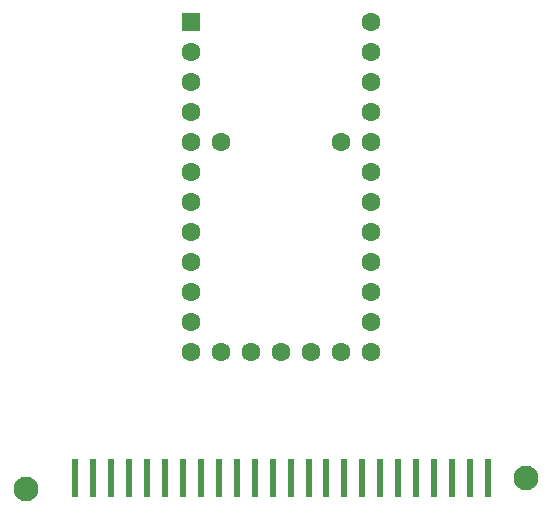
<source format=gbr>
%TF.GenerationSoftware,KiCad,Pcbnew,7.0.8*%
%TF.CreationDate,2023-11-08T21:29:47-08:00*%
%TF.ProjectId,ff,66662e6b-6963-4616-945f-706362585858,rev?*%
%TF.SameCoordinates,Original*%
%TF.FileFunction,Soldermask,Top*%
%TF.FilePolarity,Negative*%
%FSLAX46Y46*%
G04 Gerber Fmt 4.6, Leading zero omitted, Abs format (unit mm)*
G04 Created by KiCad (PCBNEW 7.0.8) date 2023-11-08 21:29:47*
%MOMM*%
%LPD*%
G01*
G04 APERTURE LIST*
%ADD10C,2.100000*%
%ADD11R,0.500000X3.200000*%
%ADD12R,1.600000X1.600000*%
%ADD13C,1.600000*%
G04 APERTURE END LIST*
D10*
%TO.C,REF\u002A\u002A*%
X130320000Y-98280000D03*
%TD*%
D11*
%TO.C,REF\u002A\u002A*%
X134520000Y-97280000D03*
X136040000Y-97280000D03*
X137560000Y-97280000D03*
X139080000Y-97280000D03*
X140600000Y-97280000D03*
X142120000Y-97280000D03*
X143640000Y-97280000D03*
X145160000Y-97280000D03*
X146680000Y-97280000D03*
X148200000Y-97280000D03*
X149720000Y-97280000D03*
X151240000Y-97280000D03*
X152760000Y-97280000D03*
X154280000Y-97280000D03*
X155800000Y-97280000D03*
X157320000Y-97280000D03*
X158840000Y-97280000D03*
X160360000Y-97280000D03*
X161880000Y-97280000D03*
X163400000Y-97280000D03*
X164920000Y-97280000D03*
X166440000Y-97280000D03*
X167960000Y-97280000D03*
X169480000Y-97280000D03*
%TD*%
D10*
%TO.C,REF\u002A\u002A*%
X172680000Y-97280000D03*
%TD*%
D12*
%TO.C,REF\u002A\u002A*%
X144360000Y-58700000D03*
D13*
X144360000Y-61240000D03*
X144360000Y-63780000D03*
X144360000Y-66320000D03*
X144360000Y-68860000D03*
X144360000Y-71400000D03*
X144360000Y-73940000D03*
X144360000Y-76480000D03*
X144360000Y-79020000D03*
X144360000Y-81560000D03*
X144360000Y-84100000D03*
X144360000Y-86640000D03*
X146900000Y-86640000D03*
X149440000Y-86640000D03*
X151980000Y-86640000D03*
X154520000Y-86640000D03*
X157060000Y-86640000D03*
X159600000Y-86640000D03*
X159600000Y-84100000D03*
X159600000Y-81560000D03*
X159600000Y-79020000D03*
X159600000Y-76480000D03*
X159600000Y-73940000D03*
X159600000Y-71400000D03*
X159600000Y-68860000D03*
X159600000Y-66320000D03*
X159600000Y-63780000D03*
X159600000Y-61240000D03*
X159600000Y-58700000D03*
X146900000Y-68860000D03*
X157060000Y-68860000D03*
%TD*%
M02*

</source>
